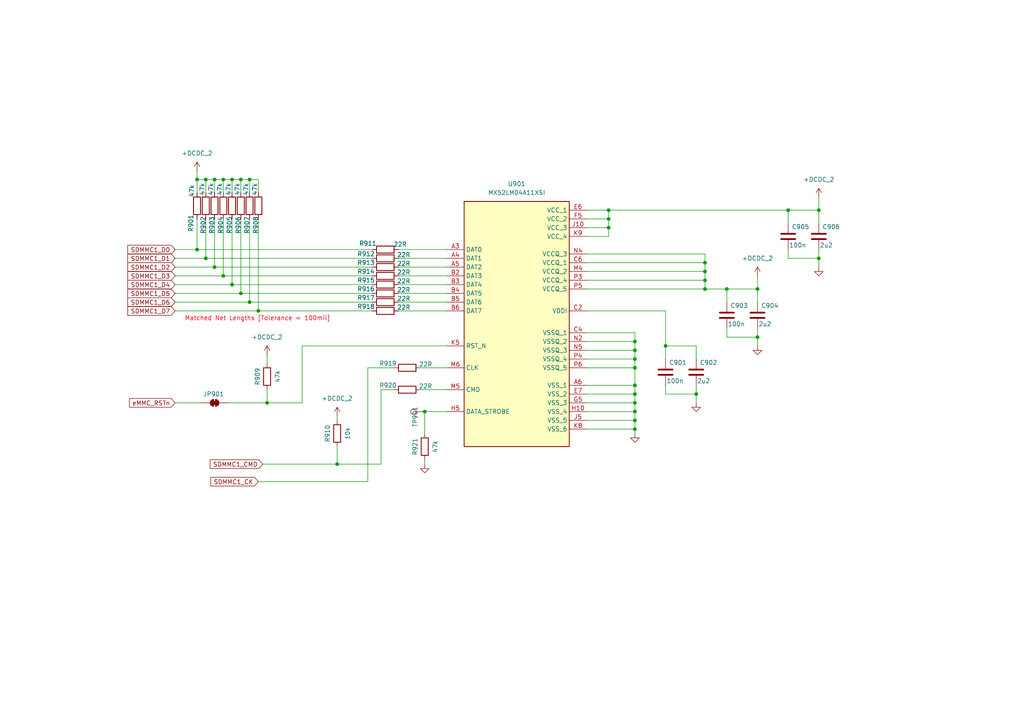
<source format=kicad_sch>
(kicad_sch (version 20231120) (generator "eeschema") (generator_version "8.0")
  (paper "A4")
  (title_block (title "Energy Monitoring System") (company "Manufacturing Innovation Network Laboratory (MINLab)") (comment 1 "Developed by Vignesh Selvaraj"))
  (lib_symbols
    (symbol "Connector:TestPoint" (pin_numbers hide) (pin_names (offset 0.762) hide)
      (property "Reference" "TP" (at 0 6.858 0))
      (property "Value" "TestPoint" (at 0 5.08 0))
      (symbol "TestPoint_0_1"
        (circle (center 0 3.302) (radius 0.762))
      )
      (symbol "TestPoint_1_1"
        (pin passive line (at 0 0 90) (length 2.54) (name "1") (number "1"))
      )
    )
    (symbol "Device:C" (pin_numbers hide) (pin_names (offset 0.254))
      (property "Reference" "C" (at 0.635 2.54 0))
      (property "Value" "C" (at 0.635 -2.54 0))
      (symbol "C_0_1"
        (polyline (pts (xy -2.032 -0.762) (xy 2.032 -0.762)) (stroke (width 0.508)))
        (polyline (pts (xy -2.032 0.762) (xy 2.032 0.762)) (stroke (width 0.508)))
      )
      (symbol "C_1_1"
        (pin passive line (at 0 3.81 270) (length 2.794) (name "~") (number "1"))
        (pin passive line (at 0 -3.81 90) (length 2.794) (name "~") (number "2"))
      )
    )
    (symbol "Device:R" (pin_numbers hide) (pin_names (offset 0))
      (property "Reference" "R" (at 2.032 0 90))
      (property "Value" "R" (at 0 0 90))
      (symbol "R_0_1"
        (rectangle (start -1.016 -2.54) (end 1.016 2.54) (stroke (width 0.254)))
      )
      (symbol "R_1_1"
        (pin passive line (at 0 3.81 270) (length 1.27) (name "~") (number "1"))
        (pin passive line (at 0 -3.81 90) (length 1.27) (name "~") (number "2"))
      )
    )
    (symbol "EMS:+DCDC_2" (power) (pin_numbers hide) (pin_names (offset 0) hide) (in_bom no) (on_board no)
      (property "Value" "+DCDC_2" (at 0 3.302 0))
      (symbol "+DCDC_2_0_1"
        (polyline (pts (xy 0 2.54) (xy 0.762 1.27)))
        (polyline (pts (xy 0 0) (xy 0 2.54) (xy -0.762 1.27)))
      )
      (symbol "+DCDC_2_1_1"
        (pin power_in line (at 0 0 90) (length 0) (name "~") (number "1"))
      )
    )
    (symbol "EMS:MX52LM04A11XSI"
      (property "Reference" "U" (at 36.83 7.62 0))
      (property "Value" "MX52LM04A11XSI" (at 36.83 5.08 0))
      (symbol "MX52LM04A11XSI_1_1"
        (rectangle (start 5.08 2.54) (end 35.56 -68.58) (stroke (width 0.254)) (fill (type background)))
        (pin no_connect line (at -40.64 0 0) (length 5.08) hide (name "NC_1") (number "A1"))
        (pin no_connect line (at -41.91 -21.59 0) (length 5.08) hide (name "NC_5") (number "A10"))
        (pin no_connect line (at -41.91 -24.13 0) (length 5.08) hide (name "NC_6") (number "A11"))
        (pin no_connect line (at -41.91 -26.67 0) (length 5.08) hide (name "NC_7") (number "A12"))
        (pin no_connect line (at -41.91 -29.21 0) (length 5.08) hide (name "NC_8") (number "A13"))
        (pin no_connect line (at -41.91 -31.75 0) (length 5.08) hide (name "NC_9") (number "A14"))
        (pin no_connect line (at -40.64 -2.54 0) (length 5.08) hide (name "NC_2") (number "A2"))
        (pin passive line (at 0 -11.43 0) (length 5.08) (name "DAT0") (number "A3"))
        (pin passive line (at 0 -13.97 0) (length 5.08) (name "DAT1") (number "A4"))
        (pin passive line (at 0 -16.51 0) (length 5.08) (name "DAT2") (number "A5"))
        (pin passive line (at 40.64 -50.8 180) (length 5.08) (name "VSS_1") (number "A6"))
        (pin no_connect line (at -41.91 -13.97 0) (length 5.08) hide (name "RFU_1") (number "A7"))
        (pin no_connect line (at -41.91 -16.51 0) (length 5.08) hide (name "NC_3") (number "A8"))
        (pin no_connect line (at -41.91 -19.05 0) (length 5.08) hide (name "NC_4") (number "A9"))
        (pin no_connect line (at -41.91 -34.29 0) (length 5.08) hide (name "NC_10") (number "B1"))
        (pin no_connect line (at -41.91 -59.69 0) (length 5.08) hide (name "NC_14") (number "B10"))
        (pin no_connect line (at -41.91 -62.23 0) (length 5.08) hide (name "NC_15") (number "B11"))
        (pin no_connect line (at -41.91 -64.77 0) (length 5.08) hide (name "NC_16") (number "B12"))
        (pin no_connect line (at -41.91 -67.31 0) (length 5.08) hide (name "NC_17") (number "B13"))
        (pin no_connect line (at -41.91 -69.85 0) (length 5.08) hide (name "NC_18") (number "B14"))
        (pin passive line (at 0 -19.05 0) (length 5.08) (name "DAT3") (number "B2"))
        (pin passive line (at 0 -21.59 0) (length 5.08) (name "DAT4") (number "B3"))
        (pin passive line (at 0 -24.13 0) (length 5.08) (name "DAT5") (number "B4"))
        (pin passive line (at 0 -26.67 0) (length 5.08) (name "DAT6") (number "B5"))
        (pin passive line (at 0 -29.21 0) (length 5.08) (name "DAT7") (number "B6"))
        (pin no_connect line (at -41.91 -52.07 0) (length 5.08) hide (name "NC_11") (number "B7"))
        (pin no_connect line (at -41.91 -54.61 0) (length 5.08) hide (name "NC_12") (number "B8"))
        (pin no_connect line (at -41.91 -57.15 0) (length 5.08) hide (name "NC_13") (number "B9"))
        (pin no_connect line (at -41.91 -72.39 0) (length 5.08) hide (name "NC_19") (number "C1"))
        (pin no_connect line (at -40.64 -93.98 0) (length 5.08) hide (name "NC_25") (number "C10"))
        (pin no_connect line (at -40.64 -96.52 0) (length 5.08) hide (name "NC_26") (number "C11"))
        (pin no_connect line (at -40.64 -99.06 0) (length 5.08) hide (name "NC_27") (number "C12"))
        (pin no_connect line (at -40.64 -101.6 0) (length 5.08) hide (name "NC_28") (number "C13"))
        (pin no_connect line (at -40.64 -104.14 0) (length 5.08) hide (name "NC_29") (number "C14"))
        (pin passive line (at 40.64 -29.21 180) (length 5.08) (name "VDDI") (number "C2"))
        (pin no_connect line (at -41.91 -76.2 0) (length 5.08) hide (name "NC_20") (number "C3"))
        (pin passive line (at 40.64 -35.56 180) (length 5.08) (name "VSSQ_1") (number "C4"))
        (pin no_connect line (at -41.91 -80.01 0) (length 5.08) hide (name "NC_21") (number "C5"))
        (pin passive line (at 40.64 -15.24 180) (length 5.08) (name "VCCQ_1") (number "C6"))
        (pin no_connect line (at -40.64 -86.36 0) (length 5.08) hide (name "NC_22") (number "C7"))
        (pin no_connect line (at -40.64 -88.9 0) (length 5.08) hide (name "NC_23") (number "C8"))
        (pin no_connect line (at -40.64 -91.44 0) (length 5.08) hide (name "NC_24") (number "C9"))
        (pin no_connect line (at -40.64 -106.68 0) (length 5.08) hide (name "NC_30") (number "D1"))
        (pin no_connect line (at -40.64 -116.84 0) (length 5.08) hide (name "NC_34") (number "D12"))
        (pin no_connect line (at -40.64 -119.38 0) (length 5.08) hide (name "NC_35") (number "D13"))
        (pin no_connect line (at -40.64 -121.92 0) (length 5.08) hide (name "NC_36") (number "D14"))
        (pin no_connect line (at -40.64 -109.22 0) (length 5.08) hide (name "NC_31") (number "D2"))
        (pin no_connect line (at -40.64 -111.76 0) (length 5.08) hide (name "NC_32") (number "D3"))
        (pin no_connect line (at -40.64 -114.3 0) (length 5.08) hide (name "NC_33") (number "D4"))
        (pin no_connect line (at -40.64 -124.46 0) (length 5.08) hide (name "NC_37") (number "E1"))
        (pin no_connect line (at -39.37 -146.05 0) (length 5.08) hide (name "RFU_5") (number "E10"))
        (pin no_connect line (at -39.37 -148.59 0) (length 5.08) hide (name "NC_40") (number "E12"))
        (pin no_connect line (at -39.37 -151.13 0) (length 5.08) hide (name "NC_41") (number "E13"))
        (pin no_connect line (at -39.37 -153.67 0) (length 5.08) hide (name "NC_42") (number "E14"))
        (pin no_connect line (at -40.64 -127 0) (length 5.08) hide (name "NC_38") (number "E2"))
        (pin no_connect line (at -40.64 -129.54 0) (length 5.08) hide (name "NC_39") (number "E3"))
        (pin no_connect line (at -40.64 -132.08 0) (length 5.08) hide (name "RFU_2") (number "E5"))
        (pin passive line (at 40.64 0 180) (length 5.08) (name "VCC_1") (number "E6"))
        (pin passive line (at 40.64 -53.34 180) (length 5.08) (name "VSS_2") (number "E7"))
        (pin no_connect line (at -39.37 -140.97 0) (length 5.08) hide (name "RFU_3") (number "E8"))
        (pin no_connect line (at -39.37 -143.51 0) (length 5.08) hide (name "RFU_4") (number "E9"))
        (pin no_connect line (at -39.37 -156.21 0) (length 5.08) hide (name "NC_43") (number "F1"))
        (pin no_connect line (at -38.1 -166.37 0) (length 5.08) hide (name "RFU_6") (number "F10"))
        (pin no_connect line (at -38.1 -168.91 0) (length 5.08) hide (name "NC_46") (number "F12"))
        (pin no_connect line (at -38.1 -171.45 0) (length 5.08) hide (name "NC_47") (number "F13"))
        (pin no_connect line (at -38.1 -173.99 0) (length 5.08) hide (name "NC_48") (number "F14"))
        (pin no_connect line (at -39.37 -158.75 0) (length 5.08) hide (name "NC_44") (number "F2"))
        (pin no_connect line (at -39.37 -161.29 0) (length 5.08) hide (name "NC_45") (number "F3"))
        (pin passive line (at 40.64 -2.54 180) (length 5.08) (name "VCC_2") (number "F5"))
        (pin no_connect line (at -38.1 -176.53 0) (length 5.08) hide (name "NC_49") (number "G1"))
        (pin no_connect line (at -38.1 -185.42 0) (length 5.08) hide (name "RFU_8") (number "G10"))
        (pin no_connect line (at -38.1 -187.96 0) (length 5.08) hide (name "NC_51") (number "G12"))
        (pin no_connect line (at -38.1 -190.5 0) (length 5.08) hide (name "NC_52") (number "G13"))
        (pin no_connect line (at -38.1 -193.04 0) (length 5.08) hide (name "NC_53") (number "G14"))
        (pin no_connect line (at -38.1 -179.07 0) (length 5.08) hide (name "NC_50") (number "G2"))
        (pin no_connect line (at -38.1 -181.61 0) (length 5.08) hide (name "RFU_7") (number "G3"))
        (pin passive line (at 40.64 -55.88 180) (length 5.08) (name "VSS_3") (number "G5"))
        (pin no_connect line (at 97.79 1.27 180) (length 5.08) hide (name "NC_54") (number "H1"))
        (pin passive line (at 40.64 -58.42 180) (length 5.08) (name "VSS_4") (number "H10"))
        (pin no_connect line (at 97.79 -11.43 180) (length 5.08) hide (name "NC_57") (number "H12"))
        (pin no_connect line (at 97.79 -13.97 180) (length 5.08) hide (name "NC_58") (number "H13"))
        (pin no_connect line (at 97.79 -16.51 180) (length 5.08) hide (name "NC_59") (number "H14"))
        (pin no_connect line (at 97.79 -1.27 180) (length 5.08) hide (name "NC_55") (number "H2"))
        (pin no_connect line (at 97.79 -3.81 180) (length 5.08) hide (name "NC_56") (number "H3"))
        (pin passive line (at 0 -58.42 0) (length 5.08) (name "DATA_STROBE") (number "H5"))
        (pin no_connect line (at 97.79 -19.05 180) (length 5.08) hide (name "NC_60") (number "J1"))
        (pin passive line (at 40.64 -5.08 180) (length 5.08) (name "VCC_3") (number "J10"))
        (pin no_connect line (at 97.79 -31.75 180) (length 5.08) hide (name "NC_63") (number "J12"))
        (pin no_connect line (at 97.79 -34.29 180) (length 5.08) hide (name "NC_64") (number "J13"))
        (pin no_connect line (at 97.79 -36.83 180) (length 5.08) hide (name "NC_65") (number "J14"))
        (pin no_connect line (at 97.79 -21.59 180) (length 5.08) hide (name "NC_61") (number "J2"))
        (pin no_connect line (at 97.79 -24.13 180) (length 5.08) hide (name "NC_62") (number "J3"))
        (pin passive line (at 40.64 -60.96 180) (length 5.08) (name "VSS_5") (number "J5"))
        (pin no_connect line (at 97.79 -39.37 180) (length 5.08) hide (name "NC_66") (number "K1"))
        (pin no_connect line (at 100.33 -59.69 180) (length 5.08) hide (name "RFU_11") (number "K10"))
        (pin no_connect line (at 100.33 -62.23 180) (length 5.08) hide (name "NC_69") (number "K12"))
        (pin no_connect line (at 100.33 -64.77 180) (length 5.08) hide (name "NC_70") (number "K13"))
        (pin no_connect line (at 100.33 -67.31 180) (length 5.08) hide (name "NC_71") (number "K14"))
        (pin no_connect line (at 97.79 -41.91 180) (length 5.08) hide (name "NC_67") (number "K2"))
        (pin no_connect line (at 97.79 -44.45 180) (length 5.08) hide (name "NC_68") (number "K3"))
        (pin passive line (at 0 -39.37 0) (length 5.08) (name "RST_N") (number "K5"))
        (pin no_connect line (at 97.79 -49.53 180) (length 5.08) hide (name "RFU_9") (number "K6"))
        (pin no_connect line (at 99.06 -52.07 180) (length 5.08) hide (name "RFU_10") (number "K7"))
        (pin passive line (at 40.64 -63.5 180) (length 5.08) (name "VSS_6") (number "K8"))
        (pin passive line (at 40.64 -7.62 180) (length 5.08) (name "VCC_4") (number "K9"))
        (pin no_connect line (at 100.33 -69.85 180) (length 5.08) hide (name "NC_72") (number "L1"))
        (pin no_connect line (at 100.33 -77.47 180) (length 5.08) hide (name "NC_75") (number "L12"))
        (pin no_connect line (at 100.33 -80.01 180) (length 5.08) hide (name "NC_76") (number "L13"))
        (pin no_connect line (at 100.33 -82.55 180) (length 5.08) hide (name "NC_77") (number "L14"))
        (pin no_connect line (at 100.33 -72.39 180) (length 5.08) hide (name "NC_73") (number "L2"))
        (pin no_connect line (at 100.33 -74.93 180) (length 5.08) hide (name "NC_74") (number "L3"))
        (pin no_connect line (at 100.33 -85.09 180) (length 5.08) hide (name "NC_78") (number "M1"))
        (pin no_connect line (at 100.33 -109.22 180) (length 5.08) hide (name "NC_84") (number "M10"))
        (pin no_connect line (at 100.33 -111.76 180) (length 5.08) hide (name "NC_85") (number "M11"))
        (pin no_connect line (at 100.33 -114.3 180) (length 5.08) hide (name "NC_86") (number "M12"))
        (pin no_connect line (at 100.33 -116.84 180) (length 5.08) hide (name "NC_87") (number "M13"))
        (pin no_connect line (at 100.33 -119.38 180) (length 5.08) hide (name "NC_88") (number "M14"))
        (pin no_connect line (at 100.33 -87.63 180) (length 5.08) hide (name "NC_79") (number "M2"))
        (pin no_connect line (at 100.33 -90.17 180) (length 5.08) hide (name "NC_80") (number "M3"))
        (pin passive line (at 40.64 -17.78 180) (length 5.08) (name "VCCQ_2") (number "M4"))
        (pin passive line (at 0 -52.07 0) (length 5.08) (name "CMD") (number "M5"))
        (pin passive line (at 0 -45.72 0) (length 5.08) (name "CLK") (number "M6"))
        (pin no_connect line (at 100.33 -101.6 180) (length 5.08) hide (name "NC_81") (number "M7"))
        (pin no_connect line (at 100.33 -104.14 180) (length 5.08) hide (name "NC_82") (number "M8"))
        (pin no_connect line (at 100.33 -106.68 180) (length 5.08) hide (name "NC_83") (number "M9"))
        (pin no_connect line (at 100.33 -121.92 180) (length 5.08) hide (name "NC_89") (number "N1"))
        (pin no_connect line (at 101.6 -143.51 180) (length 5.08) hide (name "NC_95") (number "N10"))
        (pin no_connect line (at 101.6 -146.05 180) (length 5.08) hide (name "NC_96") (number "N11"))
        (pin no_connect line (at 101.6 -148.59 180) (length 5.08) hide (name "NC_97") (number "N12"))
        (pin no_connect line (at 101.6 -151.13 180) (length 5.08) hide (name "NC_98") (number "N13"))
        (pin no_connect line (at 101.6 -153.67 180) (length 5.08) hide (name "NC_99") (number "N14"))
        (pin passive line (at 40.64 -38.1 180) (length 5.08) (name "VSSQ_2") (number "N2"))
        (pin no_connect line (at 101.6 -127 180) (length 5.08) hide (name "NC_90") (number "N3"))
        (pin passive line (at 40.64 -12.7 180) (length 5.08) (name "VCCQ_3") (number "N4"))
        (pin passive line (at 40.64 -40.64 180) (length 5.08) (name "VSSQ_3") (number "N5"))
        (pin no_connect line (at 101.6 -133.35 180) (length 5.08) hide (name "NC_91") (number "N6"))
        (pin no_connect line (at 101.6 -135.89 180) (length 5.08) hide (name "NC_92") (number "N7"))
        (pin no_connect line (at 101.6 -138.43 180) (length 5.08) hide (name "NC_93") (number "N8"))
        (pin no_connect line (at 101.6 -140.97 180) (length 5.08) hide (name "NC_94") (number "N9"))
        (pin no_connect line (at 101.6 -156.21 180) (length 5.08) hide (name "NC_100") (number "P1"))
        (pin no_connect line (at 102.87 -179.07 180) (length 5.08) hide (name "RFU_13") (number "P10"))
        (pin no_connect line (at 102.87 -181.61 180) (length 5.08) hide (name "NC_104") (number "P11"))
        (pin no_connect line (at 102.87 -184.15 180) (length 5.08) hide (name "NC_105") (number "P12"))
        (pin no_connect line (at 102.87 -186.69 180) (length 5.08) hide (name "NC_106") (number "P13"))
        (pin no_connect line (at 102.87 -189.23 180) (length 5.08) hide (name "NC_107") (number "P14"))
        (pin no_connect line (at 101.6 -158.75 180) (length 5.08) hide (name "NC_101") (number "P2"))
        (pin passive line (at 40.64 -20.32 180) (length 5.08) (name "VCCQ_4") (number "P3"))
        (pin passive line (at 40.64 -43.18 180) (length 5.08) (name "VSSQ_4") (number "P4"))
        (pin passive line (at 40.64 -22.86 180) (length 5.08) (name "VCCQ_5") (number "P5"))
        (pin passive line (at 40.64 -45.72 180) (length 5.08) (name "VSSQ_5") (number "P6"))
        (pin no_connect line (at 102.87 -171.45 180) (length 5.08) hide (name "RFU_12") (number "P7"))
        (pin no_connect line (at 102.87 -173.99 180) (length 5.08) hide (name "NC_102") (number "P8"))
        (pin no_connect line (at 102.87 -176.53 180) (length 5.08) hide (name "NC_103") (number "P9"))
      )
    )
    (symbol "Jumper:SolderJumper_2_Bridged" (pin_numbers hide) (pin_names (offset 0) hide) (exclude_from_sim yes) (in_bom no)
      (property "Reference" "JP" (at 0 2.032 0))
      (property "Value" "SolderJumper_2_Bridged" (at 0 -2.54 0))
      (symbol "SolderJumper_2_Bridged_0_1"
        (rectangle (start -0.508 0.508) (end 0.508 -0.508) (fill (type outline)))
        (arc (start -0.254 1.016) (mid -1.2656 0) (end -0.254 -1.016))
        (arc (start -0.254 1.016) (mid -1.2656 0) (end -0.254 -1.016) (fill (type outline)))
        (polyline (pts (xy -0.254 1.016) (xy -0.254 -1.016)))
        (polyline (pts (xy 0.254 1.016) (xy 0.254 -1.016)))
        (arc (start 0.254 -1.016) (mid 1.2656 0) (end 0.254 1.016))
        (arc (start 0.254 -1.016) (mid 1.2656 0) (end 0.254 1.016) (fill (type outline)))
      )
      (symbol "SolderJumper_2_Bridged_1_1"
        (pin passive line (at -3.81 0 0) (length 2.54) (name "A") (number "1"))
        (pin passive line (at 3.81 0 180) (length 2.54) (name "B") (number "2"))
      )
    )
    (symbol "power:GND" (power) (pin_numbers hide) (pin_names (offset 0) hide)
      (property "Value" "GND" (at 0 -3.81 0))
      (symbol "GND_0_1"
        (polyline (pts (xy 0 0) (xy 0 -1.27) (xy 1.27 -1.27) (xy 0 -2.54) (xy -1.27 -1.27) (xy 0 -1.27)))
      )
      (symbol "GND_1_1"
        (pin power_in line (at 0 0 270) (length 0) (name "~") (number "1"))
      )
    )
  )
  (junction (at 57.15 52.07))
  (junction (at 74.93 90.17))
  (junction (at 69.85 52.07))
  (junction (at 193.04 100.33))
  (junction (at 204.47 76.2))
  (junction (at 184.15 114.3))
  (junction (at 176.53 60.96))
  (junction (at 72.39 52.07))
  (junction (at 64.77 52.07))
  (junction (at 184.15 99.06))
  (junction (at 59.69 52.07))
  (junction (at 123.19 119.38))
  (junction (at 184.15 119.38))
  (junction (at 62.23 77.47))
  (junction (at 62.23 52.07))
  (junction (at 184.15 101.6))
  (junction (at 176.53 63.5))
  (junction (at 184.15 124.46))
  (junction (at 184.15 111.76))
  (junction (at 204.47 83.82))
  (junction (at 204.47 81.28))
  (junction (at 184.15 104.14))
  (junction (at 219.71 97.79))
  (junction (at 97.79 134.62))
  (junction (at 184.15 121.92))
  (junction (at 57.15 72.39))
  (junction (at 237.49 74.93))
  (junction (at 67.31 52.07))
  (junction (at 210.82 83.82))
  (junction (at 228.6 60.96))
  (junction (at 204.47 78.74))
  (junction (at 184.15 116.84))
  (junction (at 176.53 66.04))
  (junction (at 69.85 85.09))
  (junction (at 67.31 82.55))
  (junction (at 64.77 80.01))
  (junction (at 72.39 87.63))
  (junction (at 219.71 83.82))
  (junction (at 59.69 74.93))
  (junction (at 237.49 60.96))
  (junction (at 184.15 106.68))
  (junction (at 77.47 116.84))
  (junction (at 201.93 114.3))
  (wire (pts (xy 193.04 100.33) (xy 193.04 104.14)))
  (wire (pts (xy 219.71 80.01) (xy 219.71 83.82)))
  (wire (pts (xy 72.39 87.63) (xy 107.95 87.63)))
  (wire (pts (xy 193.04 90.17) (xy 193.04 100.33)))
  (wire (pts (xy 115.57 90.17) (xy 129.54 90.17)))
  (wire (pts (xy 170.18 114.3) (xy 184.15 114.3)))
  (wire (pts (xy 219.71 95.25) (xy 219.71 97.79)))
  (wire (pts (xy 170.18 119.38) (xy 184.15 119.38)))
  (wire (pts (xy 184.15 106.68) (xy 184.15 111.76)))
  (wire (pts (xy 97.79 129.54) (xy 97.79 134.62)))
  (wire (pts (xy 170.18 66.04) (xy 176.53 66.04)))
  (wire (pts (xy 50.8 77.47) (xy 62.23 77.47)))
  (wire (pts (xy 121.92 113.03) (xy 129.54 113.03)))
  (wire (pts (xy 228.6 60.96) (xy 237.49 60.96)))
  (wire (pts (xy 59.69 74.93) (xy 107.95 74.93)))
  (wire (pts (xy 184.15 101.6) (xy 184.15 104.14)))
  (wire (pts (xy 170.18 76.2) (xy 204.47 76.2)))
  (wire (pts (xy 115.57 77.47) (xy 129.54 77.47)))
  (wire (pts (xy 72.39 52.07) (xy 69.85 52.07)))
  (wire (pts (xy 106.68 106.68) (xy 114.3 106.68)))
  (wire (pts (xy 67.31 82.55) (xy 67.31 63.5)))
  (wire (pts (xy 210.82 95.25) (xy 210.82 97.79)))
  (wire (pts (xy 57.15 63.5) (xy 57.15 72.39)))
  (wire (pts (xy 62.23 77.47) (xy 107.95 77.47)))
  (wire (pts (xy 50.8 90.17) (xy 74.93 90.17)))
  (wire (pts (xy 62.23 52.07) (xy 59.69 52.07)))
  (wire (pts (xy 64.77 80.01) (xy 64.77 63.5)))
  (wire (pts (xy 193.04 100.33) (xy 201.93 100.33)))
  (wire (pts (xy 77.47 116.84) (xy 87.63 116.84)))
  (wire (pts (xy 115.57 74.93) (xy 129.54 74.93)))
  (wire (pts (xy 201.93 114.3) (xy 201.93 116.84)))
  (wire (pts (xy 176.53 68.58) (xy 176.53 66.04)))
  (wire (pts (xy 170.18 104.14) (xy 184.15 104.14)))
  (wire (pts (xy 210.82 83.82) (xy 210.82 87.63)))
  (wire (pts (xy 204.47 81.28) (xy 204.47 83.82)))
  (wire (pts (xy 170.18 63.5) (xy 176.53 63.5)))
  (wire (pts (xy 67.31 82.55) (xy 107.95 82.55)))
  (wire (pts (xy 59.69 74.93) (xy 59.69 63.5)))
  (wire (pts (xy 123.19 133.35) (xy 123.19 134.62)))
  (wire (pts (xy 97.79 120.65) (xy 97.79 121.92)))
  (wire (pts (xy 193.04 111.76) (xy 193.04 114.3)))
  (wire (pts (xy 184.15 119.38) (xy 184.15 121.92)))
  (wire (pts (xy 69.85 85.09) (xy 107.95 85.09)))
  (wire (pts (xy 62.23 55.88) (xy 62.23 52.07)))
  (wire (pts (xy 237.49 72.39) (xy 237.49 74.93)))
  (wire (pts (xy 72.39 55.88) (xy 72.39 52.07)))
  (wire (pts (xy 74.93 55.88) (xy 74.93 52.07)))
  (wire (pts (xy 170.18 83.82) (xy 204.47 83.82)))
  (wire (pts (xy 193.04 114.3) (xy 201.93 114.3)))
  (wire (pts (xy 50.8 80.01) (xy 64.77 80.01)))
  (wire (pts (xy 204.47 76.2) (xy 204.47 78.74)))
  (wire (pts (xy 74.93 90.17) (xy 107.95 90.17)))
  (wire (pts (xy 170.18 116.84) (xy 184.15 116.84)))
  (wire (pts (xy 50.8 82.55) (xy 67.31 82.55)))
  (wire (pts (xy 57.15 72.39) (xy 107.95 72.39)))
  (wire (pts (xy 115.57 80.01) (xy 129.54 80.01)))
  (wire (pts (xy 237.49 60.96) (xy 237.49 64.77)))
  (wire (pts (xy 170.18 101.6) (xy 184.15 101.6)))
  (wire (pts (xy 184.15 104.14) (xy 184.15 106.68)))
  (wire (pts (xy 50.8 116.84) (xy 58.42 116.84)))
  (wire (pts (xy 170.18 60.96) (xy 176.53 60.96)))
  (wire (pts (xy 123.19 119.38) (xy 129.54 119.38)))
  (wire (pts (xy 184.15 114.3) (xy 184.15 116.84)))
  (wire (pts (xy 69.85 85.09) (xy 69.85 63.5)))
  (wire (pts (xy 228.6 60.96) (xy 228.6 64.77)))
  (wire (pts (xy 204.47 83.82) (xy 210.82 83.82)))
  (wire (pts (xy 77.47 113.03) (xy 77.47 116.84)))
  (wire (pts (xy 170.18 73.66) (xy 204.47 73.66)))
  (wire (pts (xy 170.18 68.58) (xy 176.53 68.58)))
  (wire (pts (xy 77.47 102.87) (xy 77.47 105.41)))
  (wire (pts (xy 115.57 72.39) (xy 129.54 72.39)))
  (wire (pts (xy 50.8 72.39) (xy 57.15 72.39)))
  (wire (pts (xy 184.15 111.76) (xy 184.15 114.3)))
  (wire (pts (xy 219.71 97.79) (xy 219.71 100.33)))
  (wire (pts (xy 204.47 78.74) (xy 204.47 81.28)))
  (wire (pts (xy 176.53 63.5) (xy 176.53 60.96)))
  (wire (pts (xy 210.82 97.79) (xy 219.71 97.79)))
  (wire (pts (xy 237.49 74.93) (xy 237.49 77.47)))
  (wire (pts (xy 64.77 52.07) (xy 62.23 52.07)))
  (wire (pts (xy 210.82 83.82) (xy 219.71 83.82)))
  (wire (pts (xy 170.18 106.68) (xy 184.15 106.68)))
  (wire (pts (xy 228.6 72.39) (xy 228.6 74.93)))
  (wire (pts (xy 115.57 82.55) (xy 129.54 82.55)))
  (wire (pts (xy 50.8 87.63) (xy 72.39 87.63)))
  (wire (pts (xy 57.15 49.53) (xy 57.15 52.07)))
  (wire (pts (xy 228.6 74.93) (xy 237.49 74.93)))
  (wire (pts (xy 110.49 113.03) (xy 114.3 113.03)))
  (wire (pts (xy 115.57 87.63) (xy 129.54 87.63)))
  (wire (pts (xy 176.53 60.96) (xy 228.6 60.96)))
  (wire (pts (xy 184.15 96.52) (xy 184.15 99.06)))
  (wire (pts (xy 121.92 106.68) (xy 129.54 106.68)))
  (wire (pts (xy 76.2 134.62) (xy 97.79 134.62)))
  (wire (pts (xy 74.93 90.17) (xy 74.93 63.5)))
  (wire (pts (xy 184.15 121.92) (xy 184.15 124.46)))
  (wire (pts (xy 87.63 100.33) (xy 129.54 100.33)))
  (wire (pts (xy 66.04 116.84) (xy 77.47 116.84)))
  (wire (pts (xy 170.18 124.46) (xy 184.15 124.46)))
  (wire (pts (xy 62.23 77.47) (xy 62.23 63.5)))
  (wire (pts (xy 115.57 85.09) (xy 129.54 85.09)))
  (wire (pts (xy 87.63 116.84) (xy 87.63 100.33)))
  (wire (pts (xy 64.77 55.88) (xy 64.77 52.07)))
  (wire (pts (xy 72.39 87.63) (xy 72.39 63.5)))
  (wire (pts (xy 59.69 52.07) (xy 57.15 52.07)))
  (wire (pts (xy 170.18 81.28) (xy 204.47 81.28)))
  (wire (pts (xy 170.18 78.74) (xy 204.47 78.74)))
  (wire (pts (xy 170.18 96.52) (xy 184.15 96.52)))
  (wire (pts (xy 97.79 134.62) (xy 110.49 134.62)))
  (wire (pts (xy 123.19 125.73) (xy 123.19 119.38)))
  (wire (pts (xy 204.47 73.66) (xy 204.47 76.2)))
  (wire (pts (xy 184.15 99.06) (xy 184.15 101.6)))
  (wire (pts (xy 57.15 52.07) (xy 57.15 55.88)))
  (wire (pts (xy 176.53 66.04) (xy 176.53 63.5)))
  (wire (pts (xy 170.18 90.17) (xy 193.04 90.17)))
  (wire (pts (xy 184.15 116.84) (xy 184.15 119.38)))
  (wire (pts (xy 170.18 99.06) (xy 184.15 99.06)))
  (wire (pts (xy 201.93 100.33) (xy 201.93 104.14)))
  (wire (pts (xy 170.18 111.76) (xy 184.15 111.76)))
  (wire (pts (xy 69.85 52.07) (xy 67.31 52.07)))
  (wire (pts (xy 184.15 124.46) (xy 184.15 125.73)))
  (wire (pts (xy 106.68 139.7) (xy 106.68 106.68)))
  (wire (pts (xy 64.77 80.01) (xy 107.95 80.01)))
  (wire (pts (xy 50.8 85.09) (xy 69.85 85.09)))
  (wire (pts (xy 170.18 121.92) (xy 184.15 121.92)))
  (wire (pts (xy 219.71 83.82) (xy 219.71 87.63)))
  (wire (pts (xy 74.93 139.7) (xy 106.68 139.7)))
  (wire (pts (xy 50.8 74.93) (xy 59.69 74.93)))
  (wire (pts (xy 201.93 111.76) (xy 201.93 114.3)))
  (wire (pts (xy 110.49 113.03) (xy 110.49 134.62)))
  (wire (pts (xy 67.31 52.07) (xy 64.77 52.07)))
  (wire (pts (xy 237.49 57.15) (xy 237.49 60.96)))
  (wire (pts (xy 69.85 55.88) (xy 69.85 52.07)))
  (wire (pts (xy 59.69 55.88) (xy 59.69 52.07)))
  (wire (pts (xy 67.31 55.88) (xy 67.31 52.07)))
  (wire (pts (xy 74.93 52.07) (xy 72.39 52.07)))
  (text "Matched Net Lengths [Tolerance = 100mil]" (at 74.676 92.456 0) (effects (font (size 1.27 1.27))))
  (global_label "SDMMC1_D1" (shape input) (at 50.8 74.93 180) (property "Intersheetrefs" "${INTERSHEET_REFS}" (effects (hide yes))))
  (global_label "SDMMC1_D6" (shape input) (at 50.8 87.63 180) (property "Intersheetrefs" "${INTERSHEET_REFS}" (effects (hide yes))))
  (global_label "SDMMC1_D4" (shape input) (at 50.8 82.55 180) (property "Intersheetrefs" "${INTERSHEET_REFS}" (effects (hide yes))))
  (global_label "SDMMC1_CK" (shape input) (at 74.93 139.7 180) (property "Intersheetrefs" "${INTERSHEET_REFS}" (effects (hide yes))))
  (global_label "SDMMC1_D0" (shape input) (at 50.8 72.39 180) (property "Intersheetrefs" "${INTERSHEET_REFS}" (effects (hide yes))))
  (global_label "eMMC_RSTn" (shape input) (at 50.8 116.84 180) (property "Intersheetrefs" "${INTERSHEET_REFS}" (effects (hide yes))))
  (global_label "SDMMC1_CMD" (shape input) (at 76.2 134.62 180) (property "Intersheetrefs" "${INTERSHEET_REFS}" (effects (hide yes))))
  (global_label "SDMMC1_D2" (shape input) (at 50.8 77.47 180) (property "Intersheetrefs" "${INTERSHEET_REFS}" (effects (hide yes))))
  (global_label "SDMMC1_D3" (shape input) (at 50.8 80.01 180) (property "Intersheetrefs" "${INTERSHEET_REFS}" (effects (hide yes))))
  (global_label "SDMMC1_D7" (shape input) (at 50.8 90.17 180) (property "Intersheetrefs" "${INTERSHEET_REFS}" (effects (hide yes))))
  (global_label "SDMMC1_D5" (shape input) (at 50.8 85.09 180) (property "Intersheetrefs" "${INTERSHEET_REFS}" (effects (hide yes))))
  (symbol (lib_id "power:GND") (at 184.15 125.73 0) (unit 1)
    (property "Reference" "#PWR0905" (effects (hide yes)))
    (property "Value" "GND" (effects (hide yes)))
    (property "Description" "Power symbol creates a global label with name \"GND\" , ground" (effects (hide yes)))
  )
  (symbol (lib_id "Device:R") (at 57.15 59.69 180) (unit 1)
    (property "Reference" "R901" (at 55.372 64.77 90))
    (property "Value" "47k" (at 55.626 55.372 90))
    (property "Footprint" "Resistor_SMD:R_0603_1608Metric" (effects (hide yes)))
    (property "Datasheet" "https://www.vishay.com/doc?20043" (effects (hide yes)))
    (property "Description" "Resistor" (effects (hide yes)))
    (property "Distributor_Link" "https://www.mouser.com/ProductDetail/Vishay-Dale/CRCW060347K0FKEAHP?qs=k2%2FDWSARqgGdf8xU6XXKnw%3D%3D" (effects (hide yes)))
    (property "Manufacturer_Name" "Vishay/Dale" (effects (hide yes)))
    (property "Manufacturer_Part_Number" "CRCW060347K0FKEAHP" (effects (hide yes)))
  )
  (symbol (lib_id "Device:R") (at 69.85 59.69 180) (unit 1)
    (property "Reference" "R906" (at 69.088 65.278 90))
    (property "Value" "47k" (at 68.834 54.864 90))
    (property "Footprint" "Resistor_SMD:R_0603_1608Metric" (effects (hide yes)))
    (property "Datasheet" "https://www.vishay.com/doc?20043" (effects (hide yes)))
    (property "Description" "Resistor" (effects (hide yes)))
    (property "Distributor_Link" "https://www.mouser.com/ProductDetail/Vishay-Dale/CRCW060347K0FKEAHP?qs=k2%2FDWSARqgGdf8xU6XXKnw%3D%3D" (effects (hide yes)))
    (property "Manufacturer_Name" "Vishay/Dale" (effects (hide yes)))
    (property "Manufacturer_Part_Number" "CRCW060347K0FKEAHP" (effects (hide yes)))
  )
  (symbol (lib_id "EMS:+DCDC_2") (at 237.49 57.15 0) (unit 1) (in_bom no) (on_board no)
    (property "Reference" "#PWR0909" (effects (hide yes)))
    (property "Value" "+DCDC_2" (at 237.49 52.07 0))
    (property "Description" "Power symbol for \"+DCDC_2V\"" (effects (hide yes)))
  )
  (symbol (lib_id "Device:C") (at 201.93 107.95 0) (unit 1)
    (property "Reference" "C902" (at 202.946 105.156 0) (effects (justify left)))
    (property "Value" "2u2" (at 202.184 110.49 0) (effects (justify left)))
    (property "Footprint" "Capacitor_SMD:C_0402_1005Metric" (effects (hide yes)))
    (property "Datasheet" "https://www.mouser.com/datasheet/2/40/KGM_X7R-3223212.pdf" (effects (hide yes)))
    (property "Description" "Unpolarized capacitor" (effects (hide yes)))
    (property "Distributor_Link" "https://www.mouser.com/ProductDetail/KYOCERA-AVX/KGM05AR51A225KH?qs=Jm2GQyTW%2FbiyjPO%2FbUk4tw%3D%3D" (effects (hide yes)))
    (property "Manufacturer_Name" "KYOCERA AVX" (effects (hide yes)))
    (property "Manufacturer_Part_Number" "04023C104KAT2A" (effects (hide yes)))
  )
  (symbol (lib_id "Device:C") (at 219.71 91.44 0) (unit 1)
    (property "Reference" "C904" (at 220.726 88.646 0) (effects (justify left)))
    (property "Value" "2u2" (at 219.964 93.98 0) (effects (justify left)))
    (property "Footprint" "Capacitor_SMD:C_0402_1005Metric" (effects (hide yes)))
    (property "Datasheet" "https://www.mouser.com/datasheet/2/40/KGM_X7R-3223212.pdf" (effects (hide yes)))
    (property "Description" "Unpolarized capacitor" (effects (hide yes)))
    (property "Distributor_Link" "https://www.mouser.com/ProductDetail/KYOCERA-AVX/KGM05AR51A225KH?qs=Jm2GQyTW%2FbiyjPO%2FbUk4tw%3D%3D" (effects (hide yes)))
    (property "Manufacturer_Name" "KYOCERA AVX" (effects (hide yes)))
    (property "Manufacturer_Part_Number" "04023C104KAT2A" (effects (hide yes)))
  )
  (symbol (lib_id "Device:R") (at 97.79 125.73 180) (unit 1)
    (property "Reference" "R910" (at 94.996 125.73 90))
    (property "Value" "10k" (at 100.838 125.73 90))
    (property "Footprint" "Resistor_SMD:R_0603_1608Metric" (effects (hide yes)))
    (property "Datasheet" "https://www.vishay.com/doc?20035" (effects (hide yes)))
    (property "Description" "Resistor" (effects (hide yes)))
    (property "Distributor_Link" "https://www.mouser.com/ProductDetail/Vishay-Dale/CRCW060310K0FKEI?qs=3qWEzBg5KnKofE%252B8acPBRA%3D%3D" (effects (hide yes)))
    (property "Manufacturer_Name" "Vishay/Dale" (effects (hide yes)))
    (property "Manufacturer_Part_Number" "CRCW060310K0FKEI" (effects (hide yes)))
  )
  (symbol (lib_id "Device:R") (at 111.76 85.09 90) (unit 1)
    (property "Reference" "R916" (at 106.172 83.82 90))
    (property "Value" "22R" (at 117.094 84.074 90))
    (property "Footprint" "Resistor_SMD:R_0603_1608Metric" (effects (hide yes)))
    (property "Datasheet" "https://www.mouser.com/datasheet/2/315/AOA0000C334-1314047.pdf" (effects (hide yes)))
    (property "Description" "Resistor" (effects (hide yes)))
    (property "Distributor_Link" "https://www.mouser.com/ProductDetail/Panasonic/ERJ-S03F22R0V?qs=sGAEpiMZZMvdGkrng054t59%2FMXCyyixeZfkxx1NkMqo%3D" (effects (hide yes)))
    (property "Manufacturer_Name" "Panasonic" (effects (hide yes)))
    (property "Manufacturer_Part_Number" "ERJ-S03F22R0V" (effects (hide yes)))
  )
  (symbol (lib_id "Device:R") (at 64.77 59.69 180) (unit 1)
    (property "Reference" "R904" (at 64.008 65.278 90))
    (property "Value" "47k" (at 63.754 54.864 90))
    (property "Footprint" "Resistor_SMD:R_0603_1608Metric" (effects (hide yes)))
    (property "Datasheet" "https://www.vishay.com/doc?20043" (effects (hide yes)))
    (property "Description" "Resistor" (effects (hide yes)))
    (property "Distributor_Link" "https://www.mouser.com/ProductDetail/Vishay-Dale/CRCW060347K0FKEAHP?qs=k2%2FDWSARqgGdf8xU6XXKnw%3D%3D" (effects (hide yes)))
    (property "Manufacturer_Name" "Vishay/Dale" (effects (hide yes)))
    (property "Manufacturer_Part_Number" "CRCW060347K0FKEAHP" (effects (hide yes)))
  )
  (symbol (lib_id "Device:C") (at 228.6 68.58 0) (unit 1)
    (property "Reference" "C905" (at 229.616 65.786 0) (effects (justify left)))
    (property "Value" "100n" (at 228.854 71.12 0) (effects (justify left)))
    (property "Footprint" "Capacitor_SMD:C_0402_1005Metric" (effects (hide yes)))
    (property "Datasheet" "https://www.mouser.com/datasheet/2/40/KGM_X7R-3223212.pdf" (effects (hide yes)))
    (property "Description" "Unpolarized capacitor" (effects (hide yes)))
    (property "Distributor_Link" "https://www.mouser.com/ProductDetail/KYOCERA-AVX/04023C104KAT2A?qs=nNezP%252BoerbAsgsxxIAjFOw%3D%3D" (effects (hide yes)))
    (property "Manufacturer_Name" "KYOCERA AVX" (effects (hide yes)))
    (property "Manufacturer_Part_Number" "04023C104KAT2A" (effects (hide yes)))
  )
  (symbol (lib_id "Device:R") (at 72.39 59.69 180) (unit 1)
    (property "Reference" "R907" (at 71.628 65.278 90))
    (property "Value" "47k" (at 71.374 54.864 90))
    (property "Footprint" "Resistor_SMD:R_0603_1608Metric" (effects (hide yes)))
    (property "Datasheet" "https://www.vishay.com/doc?20043" (effects (hide yes)))
    (property "Description" "Resistor" (effects (hide yes)))
    (property "Distributor_Link" "https://www.mouser.com/ProductDetail/Vishay-Dale/CRCW060347K0FKEAHP?qs=k2%2FDWSARqgGdf8xU6XXKnw%3D%3D" (effects (hide yes)))
    (property "Manufacturer_Name" "Vishay/Dale" (effects (hide yes)))
    (property "Manufacturer_Part_Number" "CRCW060347K0FKEAHP" (effects (hide yes)))
  )
  (symbol (lib_id "Device:R") (at 77.47 109.22 180) (unit 1)
    (property "Reference" "R909" (at 74.676 109.22 90))
    (property "Value" "47k" (at 80.518 109.22 90))
    (property "Footprint" "Resistor_SMD:R_0603_1608Metric" (effects (hide yes)))
    (property "Datasheet" "https://www.vishay.com/doc?20043" (effects (hide yes)))
    (property "Description" "Resistor" (effects (hide yes)))
    (property "Distributor_Link" "https://www.mouser.com/ProductDetail/Vishay-Dale/CRCW060347K0FKEAHP?qs=k2%2FDWSARqgGdf8xU6XXKnw%3D%3D" (effects (hide yes)))
    (property "Manufacturer_Name" "Vishay/Dale" (effects (hide yes)))
    (property "Manufacturer_Part_Number" "CRCW060347K0FKEAHP" (effects (hide yes)))
  )
  (symbol (lib_id "power:GND") (at 123.19 134.62 0) (unit 1)
    (property "Reference" "#PWR0904" (effects (hide yes)))
    (property "Value" "GND" (effects (hide yes)))
    (property "Description" "Power symbol creates a global label with name \"GND\" , ground" (effects (hide yes)))
  )
  (symbol (lib_id "Device:R") (at 111.76 74.93 90) (unit 1)
    (property "Reference" "R912" (at 106.172 73.66 90))
    (property "Value" "22R" (at 117.094 73.914 90))
    (property "Footprint" "Resistor_SMD:R_0603_1608Metric" (effects (hide yes)))
    (property "Datasheet" "https://www.mouser.com/datasheet/2/315/AOA0000C334-1314047.pdf" (effects (hide yes)))
    (property "Description" "Resistor" (effects (hide yes)))
    (property "Distributor_Link" "https://www.mouser.com/ProductDetail/Panasonic/ERJ-S03F22R0V?qs=sGAEpiMZZMvdGkrng054t59%2FMXCyyixeZfkxx1NkMqo%3D" (effects (hide yes)))
    (property "Manufacturer_Name" "Panasonic" (effects (hide yes)))
    (property "Manufacturer_Part_Number" "ERJ-S03F22R0V" (effects (hide yes)))
  )
  (symbol (lib_id "Device:C") (at 237.49 68.58 0) (unit 1)
    (property "Reference" "C906" (at 238.506 65.786 0) (effects (justify left)))
    (property "Value" "2u2" (at 237.744 71.12 0) (effects (justify left)))
    (property "Footprint" "Capacitor_SMD:C_0402_1005Metric" (effects (hide yes)))
    (property "Datasheet" "https://www.mouser.com/datasheet/2/40/KGM_X7R-3223212.pdf" (effects (hide yes)))
    (property "Description" "Unpolarized capacitor" (effects (hide yes)))
    (property "Distributor_Link" "https://www.mouser.com/ProductDetail/KYOCERA-AVX/KGM05AR51A225KH?qs=Jm2GQyTW%2FbiyjPO%2FbUk4tw%3D%3D" (effects (hide yes)))
    (property "Manufacturer_Name" "KYOCERA AVX" (effects (hide yes)))
    (property "Manufacturer_Part_Number" "04023C104KAT2A" (effects (hide yes)))
  )
  (symbol (lib_id "Device:R") (at 62.23 59.69 180) (unit 1)
    (property "Reference" "R903" (at 61.468 65.278 90))
    (property "Value" "47k" (at 61.214 54.864 90))
    (property "Footprint" "Resistor_SMD:R_0603_1608Metric" (effects (hide yes)))
    (property "Datasheet" "https://www.vishay.com/doc?20043" (effects (hide yes)))
    (property "Description" "Resistor" (effects (hide yes)))
    (property "Distributor_Link" "https://www.mouser.com/ProductDetail/Vishay-Dale/CRCW060347K0FKEAHP?qs=k2%2FDWSARqgGdf8xU6XXKnw%3D%3D" (effects (hide yes)))
    (property "Manufacturer_Name" "Vishay/Dale" (effects (hide yes)))
    (property "Manufacturer_Part_Number" "CRCW060347K0FKEAHP" (effects (hide yes)))
  )
  (symbol (lib_id "Device:R") (at 111.76 80.01 90) (unit 1)
    (property "Reference" "R914" (at 106.172 78.74 90))
    (property "Value" "22R" (at 117.094 78.994 90))
    (property "Footprint" "Resistor_SMD:R_0603_1608Metric" (effects (hide yes)))
    (property "Datasheet" "https://www.mouser.com/datasheet/2/315/AOA0000C334-1314047.pdf" (effects (hide yes)))
    (property "Description" "Resistor" (effects (hide yes)))
    (property "Distributor_Link" "https://www.mouser.com/ProductDetail/Panasonic/ERJ-S03F22R0V?qs=sGAEpiMZZMvdGkrng054t59%2FMXCyyixeZfkxx1NkMqo%3D" (effects (hide yes)))
    (property "Manufacturer_Name" "Panasonic" (effects (hide yes)))
    (property "Manufacturer_Part_Number" "ERJ-S03F22R0V" (effects (hide yes)))
  )
  (symbol (lib_id "Device:R") (at 111.76 77.47 90) (unit 1)
    (property "Reference" "R913" (at 106.172 76.2 90))
    (property "Value" "22R" (at 117.094 76.454 90))
    (property "Footprint" "Resistor_SMD:R_0603_1608Metric" (effects (hide yes)))
    (property "Datasheet" "https://www.mouser.com/datasheet/2/315/AOA0000C334-1314047.pdf" (effects (hide yes)))
    (property "Description" "Resistor" (effects (hide yes)))
    (property "Distributor_Link" "https://www.mouser.com/ProductDetail/Panasonic/ERJ-S03F22R0V?qs=sGAEpiMZZMvdGkrng054t59%2FMXCyyixeZfkxx1NkMqo%3D" (effects (hide yes)))
    (property "Manufacturer_Name" "Panasonic" (effects (hide yes)))
    (property "Manufacturer_Part_Number" "ERJ-S03F22R0V" (effects (hide yes)))
  )
  (symbol (lib_id "Device:R") (at 59.69 59.69 180) (unit 1)
    (property "Reference" "R902" (at 58.928 65.278 90))
    (property "Value" "47k" (at 58.674 54.864 90))
    (property "Footprint" "Resistor_SMD:R_0603_1608Metric" (effects (hide yes)))
    (property "Datasheet" "https://www.vishay.com/doc?20043" (effects (hide yes)))
    (property "Description" "Resistor" (effects (hide yes)))
    (property "Distributor_Link" "https://www.mouser.com/ProductDetail/Vishay-Dale/CRCW060347K0FKEAHP?qs=k2%2FDWSARqgGdf8xU6XXKnw%3D%3D" (effects (hide yes)))
    (property "Manufacturer_Name" "Vishay/Dale" (effects (hide yes)))
    (property "Manufacturer_Part_Number" "CRCW060347K0FKEAHP" (effects (hide yes)))
  )
  (symbol (lib_id "Device:R") (at 111.76 90.17 90) (unit 1)
    (property "Reference" "R918" (at 106.172 88.9 90))
    (property "Value" "22R" (at 117.094 89.154 90))
    (property "Footprint" "Resistor_SMD:R_0603_1608Metric" (effects (hide yes)))
    (property "Datasheet" "https://www.mouser.com/datasheet/2/315/AOA0000C334-1314047.pdf" (effects (hide yes)))
    (property "Description" "Resistor" (effects (hide yes)))
    (property "Distributor_Link" "https://www.mouser.com/ProductDetail/Panasonic/ERJ-S03F22R0V?qs=sGAEpiMZZMvdGkrng054t59%2FMXCyyixeZfkxx1NkMqo%3D" (effects (hide yes)))
    (property "Manufacturer_Name" "Panasonic" (effects (hide yes)))
    (property "Manufacturer_Part_Number" "ERJ-S03F22R0V" (effects (hide yes)))
  )
  (symbol (lib_id "power:GND") (at 201.93 116.84 0) (unit 1)
    (property "Reference" "#PWR0906" (effects (hide yes)))
    (property "Value" "GND" (effects (hide yes)))
    (property "Description" "Power symbol creates a global label with name \"GND\" , ground" (effects (hide yes)))
  )
  (symbol (lib_id "Device:R") (at 111.76 72.39 90) (unit 1)
    (property "Reference" "R911" (at 106.68 70.612 90))
    (property "Value" "22R" (at 116.078 70.866 90))
    (property "Footprint" "Resistor_SMD:R_0603_1608Metric" (effects (hide yes)))
    (property "Datasheet" "https://www.mouser.com/datasheet/2/315/AOA0000C334-1314047.pdf" (effects (hide yes)))
    (property "Description" "Resistor" (effects (hide yes)))
    (property "Distributor_Link" "https://www.mouser.com/ProductDetail/Panasonic/ERJ-S03F22R0V?qs=sGAEpiMZZMvdGkrng054t59%2FMXCyyixeZfkxx1NkMqo%3D" (effects (hide yes)))
    (property "Manufacturer_Name" "Panasonic" (effects (hide yes)))
    (property "Manufacturer_Part_Number" "ERJ-S03F22R0V" (effects (hide yes)))
  )
  (symbol (lib_id "Device:R") (at 118.11 106.68 90) (unit 1)
    (property "Reference" "R919" (at 112.522 105.41 90))
    (property "Value" "22R" (at 123.444 105.664 90))
    (property "Footprint" "Resistor_SMD:R_0603_1608Metric" (effects (hide yes)))
    (property "Datasheet" "https://www.mouser.com/datasheet/2/315/AOA0000C334-1314047.pdf" (effects (hide yes)))
    (property "Description" "Resistor" (effects (hide yes)))
    (property "Distributor_Link" "https://www.mouser.com/ProductDetail/Panasonic/ERJ-S03F22R0V?qs=sGAEpiMZZMvdGkrng054t59%2FMXCyyixeZfkxx1NkMqo%3D" (effects (hide yes)))
    (property "Manufacturer_Name" "Panasonic" (effects (hide yes)))
    (property "Manufacturer_Part_Number" "ERJ-S03F22R0V" (effects (hide yes)))
  )
  (symbol (lib_id "EMS:+DCDC_2") (at 57.15 49.53 0) (unit 1) (in_bom no) (on_board no)
    (property "Reference" "#PWR0901" (effects (hide yes)))
    (property "Value" "+DCDC_2" (at 57.15 44.45 0))
    (property "Description" "Power symbol for \"+DCDC_2V\"" (effects (hide yes)))
  )
  (symbol (lib_id "Device:R") (at 74.93 59.69 180) (unit 1)
    (property "Reference" "R908" (at 74.168 65.278 90))
    (property "Value" "47k" (at 73.914 54.864 90))
    (property "Footprint" "Resistor_SMD:R_0603_1608Metric" (effects (hide yes)))
    (property "Datasheet" "https://www.vishay.com/doc?20043" (effects (hide yes)))
    (property "Description" "Resistor" (effects (hide yes)))
    (property "Distributor_Link" "https://www.mouser.com/ProductDetail/Vishay-Dale/CRCW060347K0FKEAHP?qs=k2%2FDWSARqgGdf8xU6XXKnw%3D%3D" (effects (hide yes)))
    (property "Manufacturer_Name" "Vishay/Dale" (effects (hide yes)))
    (property "Manufacturer_Part_Number" "CRCW060347K0FKEAHP" (effects (hide yes)))
  )
  (symbol (lib_id "Device:R") (at 67.31 59.69 180) (unit 1)
    (property "Reference" "R905" (at 66.548 65.278 90))
    (property "Value" "47k" (at 66.294 54.864 90))
    (property "Footprint" "Resistor_SMD:R_0603_1608Metric" (effects (hide yes)))
    (property "Datasheet" "https://www.vishay.com/doc?20043" (effects (hide yes)))
    (property "Description" "Resistor" (effects (hide yes)))
    (property "Distributor_Link" "https://www.mouser.com/ProductDetail/Vishay-Dale/CRCW060347K0FKEAHP?qs=k2%2FDWSARqgGdf8xU6XXKnw%3D%3D" (effects (hide yes)))
    (property "Manufacturer_Name" "Vishay/Dale" (effects (hide yes)))
    (property "Manufacturer_Part_Number" "CRCW060347K0FKEAHP" (effects (hide yes)))
  )
  (symbol (lib_id "EMS:+DCDC_2") (at 219.71 80.01 0) (unit 1) (in_bom no) (on_board no)
    (property "Reference" "#PWR0907" (effects (hide yes)))
    (property "Value" "+DCDC_2" (at 219.71 74.93 0))
    (property "Description" "Power symbol for \"+DCDC_2V\"" (effects (hide yes)))
  )
  (symbol (lib_id "Connector:TestPoint") (at 123.19 119.38 90) (unit 1)
    (property "Reference" "TP901" (at 120.396 123.952 0) (effects (justify left)))
    (property "Value" "TestPoint" (effects (hide yes)))
    (property "Footprint" "TestPoint:TestPoint_Pad_D3.0mm" (effects (hide yes)))
    (property "Description" "test point" (effects (hide yes)))
  )
  (symbol (lib_id "power:GND") (at 219.71 100.33 0) (unit 1)
    (property "Reference" "#PWR0908" (effects (hide yes)))
    (property "Value" "GND" (effects (hide yes)))
    (property "Description" "Power symbol creates a global label with name \"GND\" , ground" (effects (hide yes)))
  )
  (symbol (lib_id "EMS:+DCDC_2") (at 97.79 120.65 0) (unit 1) (in_bom no) (on_board no)
    (property "Reference" "#PWR0903" (effects (hide yes)))
    (property "Value" "+DCDC_2" (at 97.79 115.57 0))
    (property "Description" "Power symbol for \"+DCDC_2V\"" (effects (hide yes)))
  )
  (symbol (lib_id "EMS:+DCDC_2") (at 77.47 102.87 0) (unit 1) (in_bom no) (on_board no)
    (property "Reference" "#PWR0902" (effects (hide yes)))
    (property "Value" "+DCDC_2" (at 77.47 97.79 0))
    (property "Description" "Power symbol for \"+DCDC_2V\"" (effects (hide yes)))
  )
  (symbol (lib_id "Device:R") (at 111.76 82.55 90) (unit 1)
    (property "Reference" "R915" (at 106.172 81.28 90))
    (property "Value" "22R" (at 117.094 81.534 90))
    (property "Footprint" "Resistor_SMD:R_0603_1608Metric" (effects (hide yes)))
    (property "Datasheet" "https://www.mouser.com/datasheet/2/315/AOA0000C334-1314047.pdf" (effects (hide yes)))
    (property "Description" "Resistor" (effects (hide yes)))
    (property "Distributor_Link" "https://www.mouser.com/ProductDetail/Panasonic/ERJ-S03F22R0V?qs=sGAEpiMZZMvdGkrng054t59%2FMXCyyixeZfkxx1NkMqo%3D" (effects (hide yes)))
    (property "Manufacturer_Name" "Panasonic" (effects (hide yes)))
    (property "Manufacturer_Part_Number" "ERJ-S03F22R0V" (effects (hide yes)))
  )
  (symbol (lib_id "Device:R") (at 111.76 87.63 90) (unit 1)
    (property "Reference" "R917" (at 106.172 86.36 90))
    (property "Value" "22R" (at 117.094 86.614 90))
    (property "Footprint" "Resistor_SMD:R_0603_1608Metric" (effects (hide yes)))
    (property "Datasheet" "https://www.mouser.com/datasheet/2/315/AOA0000C334-1314047.pdf" (effects (hide yes)))
    (property "Description" "Resistor" (effects (hide yes)))
    (property "Distributor_Link" "https://www.mouser.com/ProductDetail/Panasonic/ERJ-S03F22R0V?qs=sGAEpiMZZMvdGkrng054t59%2FMXCyyixeZfkxx1NkMqo%3D" (effects (hide yes)))
    (property "Manufacturer_Name" "Panasonic" (effects (hide yes)))
    (property "Manufacturer_Part_Number" "ERJ-S03F22R0V" (effects (hide yes)))
  )
  (symbol (lib_id "Device:C") (at 210.82 91.44 0) (unit 1)
    (property "Reference" "C903" (at 211.836 88.646 0) (effects (justify left)))
    (property "Value" "100n" (at 211.074 93.98 0) (effects (justify left)))
    (property "Footprint" "Capacitor_SMD:C_0402_1005Metric" (effects (hide yes)))
    (property "Datasheet" "https://www.mouser.com/datasheet/2/40/KGM_X7R-3223212.pdf" (effects (hide yes)))
    (property "Description" "Unpolarized capacitor" (effects (hide yes)))
    (property "Distributor_Link" "https://www.mouser.com/ProductDetail/KYOCERA-AVX/04023C104KAT2A?qs=nNezP%252BoerbAsgsxxIAjFOw%3D%3D" (effects (hide yes)))
    (property "Manufacturer_Name" "KYOCERA AVX" (effects (hide yes)))
    (property "Manufacturer_Part_Number" "04023C104KAT2A" (effects (hide yes)))
  )
  (symbol (lib_id "Jumper:SolderJumper_2_Bridged") (at 62.23 116.84 0) (unit 1) (exclude_from_sim yes) (in_bom no)
    (property "Reference" "JP901" (at 61.976 114.3 0))
    (property "Value" "SolderJumper_2_Bridged" (effects (hide yes)))
    (property "Footprint" "Jumper:SolderJumper-2_P1.3mm_Bridged_RoundedPad1.0x1.5mm" (effects (hide yes)))
    (property "Description" "Solder Jumper, 2-pole, closed/bridged" (effects (hide yes)))
  )
  (symbol (lib_id "Device:C") (at 193.04 107.95 0) (unit 1)
    (property "Reference" "C901" (at 194.056 105.156 0) (effects (justify left)))
    (property "Value" "100n" (at 193.294 110.49 0) (effects (justify left)))
    (property "Footprint" "Capacitor_SMD:C_0402_1005Metric" (effects (hide yes)))
    (property "Datasheet" "https://www.mouser.com/datasheet/2/40/KGM_X7R-3223212.pdf" (effects (hide yes)))
    (property "Description" "Unpolarized capacitor" (effects (hide yes)))
    (property "Distributor_Link" "https://www.mouser.com/ProductDetail/KYOCERA-AVX/04023C104KAT2A?qs=nNezP%252BoerbAsgsxxIAjFOw%3D%3D" (effects (hide yes)))
    (property "Manufacturer_Name" "KYOCERA AVX" (effects (hide yes)))
    (property "Manufacturer_Part_Number" "04023C104KAT2A" (effects (hide yes)))
  )
  (symbol (lib_id "Device:R") (at 118.11 113.03 90) (unit 1)
    (property "Reference" "R920" (at 112.522 111.76 90))
    (property "Value" "22R" (at 123.444 112.014 90))
    (property "Footprint" "Resistor_SMD:R_0603_1608Metric" (effects (hide yes)))
    (property "Datasheet" "https://www.mouser.com/datasheet/2/315/AOA0000C334-1314047.pdf" (effects (hide yes)))
    (property "Description" "Resistor" (effects (hide yes)))
    (property "Distributor_Link" "https://www.mouser.com/ProductDetail/Panasonic/ERJ-S03F22R0V?qs=sGAEpiMZZMvdGkrng054t59%2FMXCyyixeZfkxx1NkMqo%3D" (effects (hide yes)))
    (property "Manufacturer_Name" "Panasonic" (effects (hide yes)))
    (property "Manufacturer_Part_Number" "ERJ-S03F22R0V" (effects (hide yes)))
  )
  (symbol (lib_id "Device:R") (at 123.19 129.54 180) (unit 1)
    (property "Reference" "R921" (at 120.396 129.54 90))
    (property "Value" "47k" (at 126.238 129.54 90))
    (property "Footprint" "Resistor_SMD:R_0603_1608Metric" (effects (hide yes)))
    (property "Datasheet" "https://www.vishay.com/doc?20043" (effects (hide yes)))
    (property "Description" "Resistor" (effects (hide yes)))
    (property "Distributor_Link" "https://www.mouser.com/ProductDetail/Vishay-Dale/CRCW060347K0FKEAHP?qs=k2%2FDWSARqgGdf8xU6XXKnw%3D%3D" (effects (hide yes)))
    (property "Manufacturer_Name" "Vishay/Dale" (effects (hide yes)))
    (property "Manufacturer_Part_Number" "CRCW060347K0FKEAHP" (effects (hide yes)))
  )
  (symbol (lib_id "power:GND") (at 237.49 77.47 0) (unit 1)
    (property "Reference" "#PWR0910" (effects (hide yes)))
    (property "Value" "GND" (effects (hide yes)))
    (property "Description" "Power symbol creates a global label with name \"GND\" , ground" (effects (hide yes)))
  )
  (symbol (lib_id "EMS:MX52LM04A11XSI") (at 129.54 60.96 0) (unit 1)
    (property "Reference" "U901" (at 149.86 53.34 0))
    (property "Value" "MX52LM04A11XSI" (at 149.86 55.88 0))
    (property "Footprint" "EMS:MX52LM04A11XSI_BGA153" (effects (hide yes)))
    (property "Datasheet" "https://www.macronix.com/Lists/Datasheet/Attachments/9162/MX52LM04A11,%203V,%204GB,%20v1.7.pdf" (effects (hide yes)))
    (property "Description" "FLASH - NAND (MLC) Memory IC 32Gbit eMMC_5.1 200 MHz 153-LFBGA (11.5x13)" (effects (hide yes)))
    (property "Height" "0.8" (effects (hide yes)))
    (property "Mouser Part Number" "95-52LM04A11XSIT" (effects (hide yes)))
    (property "Mouser Price/Stock" "https://www.mouser.co.uk/ProductDetail/Macronix/MX52LM04A11XSI?qs=vOcB1WHNNXJCwnH5CmUP8A%3D%3D" (effects (hide yes)))
    (property "Manufacturer_Name" "Macronix" (effects (hide yes)))
    (property "Manufacturer_Part_Number" "MX52LM04A11XSI" (effects (hide yes)))
    (property "Distributor_Link" "https://www.mouser.com/ProductDetail/Macronix/MX52LM04A11XSI?qs=vOcB1WHNNXJCwnH5CmUP8A%3D%3D" (effects (hide yes)))
  )
)
</source>
